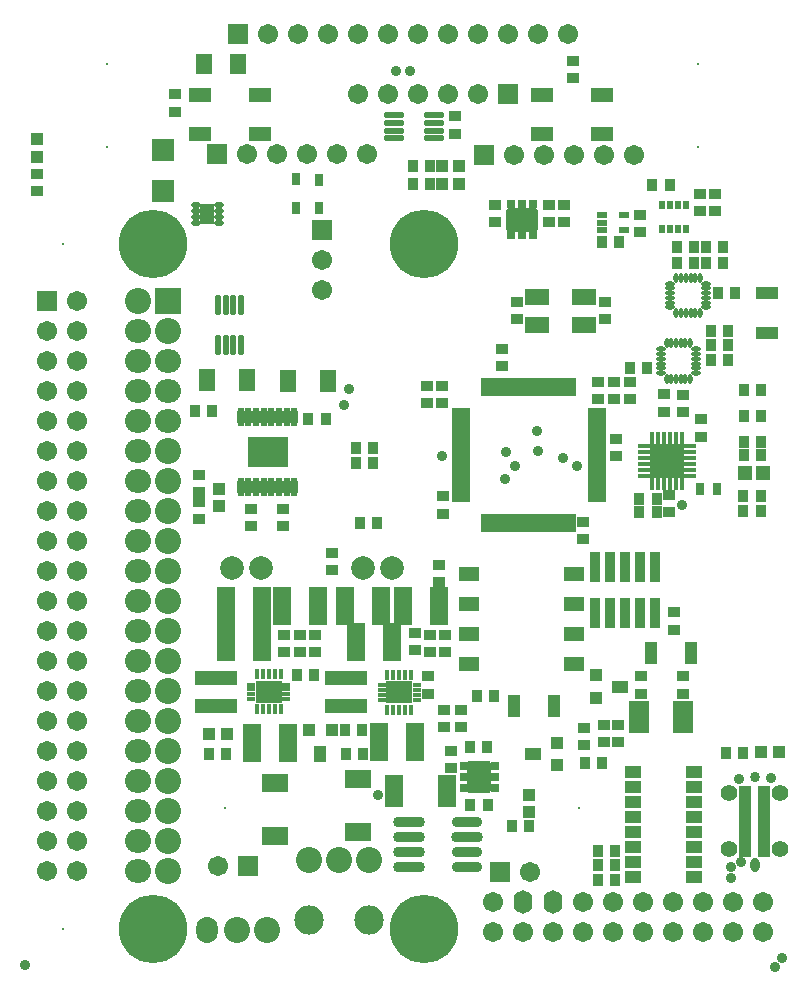
<source format=gts>
G04*
G04 #@! TF.GenerationSoftware,Altium Limited,Altium Designer,19.0.10 (269)*
G04*
G04 Layer_Color=8388736*
%FSLAX25Y25*%
%MOIN*%
G70*
G01*
G75*
%ADD89R,0.02850X0.01550*%
%ADD90R,0.06300X0.11036*%
%ADD91R,0.05524X0.03950*%
%ADD92R,0.05524X0.06706*%
%ADD93R,0.02150X0.06115*%
%ADD94R,0.06115X0.02150*%
%ADD95O,0.07099X0.01981*%
%ADD96R,0.02965X0.04147*%
%ADD97R,0.08800X0.06300*%
%ADD98O,0.01654X0.03701*%
%ADD99R,0.09016X0.07244*%
%ADD100R,0.03753X0.03950*%
%ADD101R,0.03950X0.03753*%
%ADD102R,0.03950X0.07493*%
%ADD103R,0.04700X0.04800*%
%ADD104R,0.04658X0.07099*%
G04:AMPARAMS|DCode=105|XSize=17.84mil|YSize=31.62mil|CornerRadius=8.92mil|HoleSize=0mil|Usage=FLASHONLY|Rotation=90.000|XOffset=0mil|YOffset=0mil|HoleType=Round|Shape=RoundedRectangle|*
%AMROUNDEDRECTD105*
21,1,0.01784,0.01378,0,0,90.0*
21,1,0.00000,0.03162,0,0,90.0*
1,1,0.01784,0.00689,0.00000*
1,1,0.01784,0.00689,0.00000*
1,1,0.01784,-0.00689,0.00000*
1,1,0.01784,-0.00689,0.00000*
%
%ADD105ROUNDEDRECTD105*%
%ADD106R,0.07800X0.07200*%
%ADD107R,0.07493X0.04737*%
%ADD108R,0.07493X0.04737*%
%ADD109R,0.07493X0.03950*%
%ADD110R,0.05300X0.07800*%
%ADD111R,0.02900X0.03950*%
%ADD112R,0.04147X0.01981*%
%ADD113O,0.10642X0.03556*%
%ADD114R,0.06200X0.12800*%
%ADD115R,0.03950X0.03950*%
G04:AMPARAMS|DCode=116|XSize=31.62mil|YSize=17.06mil|CornerRadius=8.53mil|HoleSize=0mil|Usage=FLASHONLY|Rotation=90.000|XOffset=0mil|YOffset=0mil|HoleType=Round|Shape=RoundedRectangle|*
%AMROUNDEDRECTD116*
21,1,0.03162,0.00000,0,0,90.0*
21,1,0.01456,0.01706,0,0,90.0*
1,1,0.01706,0.00000,0.00728*
1,1,0.01706,0.00000,-0.00728*
1,1,0.01706,0.00000,-0.00728*
1,1,0.01706,0.00000,0.00728*
%
%ADD116ROUNDEDRECTD116*%
G04:AMPARAMS|DCode=117|XSize=31.62mil|YSize=17.06mil|CornerRadius=8.53mil|HoleSize=0mil|Usage=FLASHONLY|Rotation=180.000|XOffset=0mil|YOffset=0mil|HoleType=Round|Shape=RoundedRectangle|*
%AMROUNDEDRECTD117*
21,1,0.03162,0.00000,0,0,180.0*
21,1,0.01456,0.01706,0,0,180.0*
1,1,0.01706,-0.00728,0.00000*
1,1,0.01706,0.00728,0.00000*
1,1,0.01706,0.00728,0.00000*
1,1,0.01706,-0.00728,0.00000*
%
%ADD117ROUNDEDRECTD117*%
%ADD118R,0.03950X0.01784*%
%ADD119R,0.01784X0.03950*%
%ADD120R,0.11430X0.11430*%
%ADD121R,0.14200X0.04600*%
%ADD122R,0.04400X0.04400*%
%ADD123R,0.04400X0.05800*%
%ADD124R,0.03792X0.10249*%
%ADD125R,0.02572X0.02769*%
G04:AMPARAMS|DCode=126|XSize=76.9mil|YSize=106.42mil|CornerRadius=7.45mil|HoleSize=0mil|Usage=FLASHONLY|Rotation=90.000|XOffset=0mil|YOffset=0mil|HoleType=Round|Shape=RoundedRectangle|*
%AMROUNDEDRECTD126*
21,1,0.07690,0.09153,0,0,90.0*
21,1,0.06201,0.10642,0,0,90.0*
1,1,0.01489,0.04577,0.03100*
1,1,0.01489,0.04577,-0.03100*
1,1,0.01489,-0.04577,-0.03100*
1,1,0.01489,-0.04577,0.03100*
%
%ADD126ROUNDEDRECTD126*%
%ADD127R,0.07887X0.05524*%
%ADD128O,0.02572X0.06312*%
%ADD129R,0.13753X0.10288*%
G04:AMPARAMS|DCode=130|XSize=76.9mil|YSize=106.42mil|CornerRadius=7.45mil|HoleSize=0mil|Usage=FLASHONLY|Rotation=180.000|XOffset=0mil|YOffset=0mil|HoleType=Round|Shape=RoundedRectangle|*
%AMROUNDEDRECTD130*
21,1,0.07690,0.09153,0,0,180.0*
21,1,0.06201,0.10642,0,0,180.0*
1,1,0.01489,-0.03100,0.04577*
1,1,0.01489,0.03100,0.04577*
1,1,0.01489,0.03100,-0.04577*
1,1,0.01489,-0.03100,-0.04577*
%
%ADD130ROUNDEDRECTD130*%
%ADD131R,0.02769X0.02572*%
%ADD132R,0.03556X0.02375*%
%ADD133R,0.03950X0.03950*%
%ADD134R,0.04400X0.04400*%
%ADD135R,0.05800X0.04400*%
%ADD136R,0.06509X0.10839*%
%ADD137O,0.10249X0.03556*%
%ADD138R,0.06706X0.05131*%
%ADD139R,0.02178X0.02769*%
%ADD140O,0.01981X0.07099*%
%ADD141C,0.07887*%
%ADD142R,0.06706X0.06706*%
%ADD143C,0.06706*%
%ADD144C,0.22800*%
%ADD145O,0.08674X0.07887*%
%ADD146C,0.08674*%
%ADD147R,0.08674X0.08674*%
%ADD148R,0.06706X0.06706*%
%ADD149C,0.00800*%
%ADD150C,0.05524*%
%ADD151C,0.03398*%
%ADD152O,0.03084X0.04737*%
%ADD153C,0.09800*%
%ADD154O,0.07300X0.08674*%
%ADD155O,0.06300X0.07800*%
%ADD156C,0.03556*%
D89*
X113262Y131818D02*
D03*
Y136568D02*
D03*
Y134993D02*
D03*
Y133406D02*
D03*
X101612D02*
D03*
Y134993D02*
D03*
Y136568D02*
D03*
Y131818D02*
D03*
X156679Y131622D02*
D03*
Y136372D02*
D03*
Y134797D02*
D03*
Y133210D02*
D03*
X145029D02*
D03*
Y134797D02*
D03*
Y136372D02*
D03*
Y131622D02*
D03*
D90*
X166900Y101209D02*
D03*
X149100D02*
D03*
D91*
X249295Y72635D02*
D03*
Y77635D02*
D03*
Y82635D02*
D03*
X228823Y72635D02*
D03*
Y82635D02*
D03*
X249295Y87635D02*
D03*
Y92635D02*
D03*
Y97635D02*
D03*
X228823Y92635D02*
D03*
Y97635D02*
D03*
Y102635D02*
D03*
X249295D02*
D03*
X228823Y87635D02*
D03*
Y107635D02*
D03*
X249295D02*
D03*
X228823Y77635D02*
D03*
D92*
X97209Y343400D02*
D03*
X85791D02*
D03*
D93*
X208811Y235791D02*
D03*
X206842D02*
D03*
X204874D02*
D03*
X202906D02*
D03*
X200937D02*
D03*
X198969D02*
D03*
X197000D02*
D03*
X195031D02*
D03*
X193063D02*
D03*
X191095D02*
D03*
X189126D02*
D03*
X187157D02*
D03*
X185189D02*
D03*
X183221D02*
D03*
X181252D02*
D03*
X179283D02*
D03*
Y190516D02*
D03*
X181252D02*
D03*
X183221D02*
D03*
X185189D02*
D03*
X187157D02*
D03*
X189126D02*
D03*
X191095D02*
D03*
X193063D02*
D03*
X195031D02*
D03*
X197000D02*
D03*
X198969D02*
D03*
X200937D02*
D03*
X202906D02*
D03*
X204874D02*
D03*
X206842D02*
D03*
X208811D02*
D03*
D94*
X171409Y227917D02*
D03*
Y225949D02*
D03*
Y223980D02*
D03*
Y222012D02*
D03*
Y220043D02*
D03*
Y218075D02*
D03*
Y216106D02*
D03*
Y214138D02*
D03*
Y212169D02*
D03*
Y210201D02*
D03*
Y208232D02*
D03*
Y206264D02*
D03*
Y204295D02*
D03*
Y202327D02*
D03*
Y200358D02*
D03*
Y198390D02*
D03*
X216685D02*
D03*
Y200358D02*
D03*
Y202327D02*
D03*
Y204295D02*
D03*
Y206264D02*
D03*
Y208232D02*
D03*
Y210201D02*
D03*
Y216106D02*
D03*
Y218075D02*
D03*
Y220043D02*
D03*
Y222012D02*
D03*
Y223980D02*
D03*
Y225949D02*
D03*
Y227917D02*
D03*
Y212169D02*
D03*
Y214138D02*
D03*
D95*
X162453Y318661D02*
D03*
Y321220D02*
D03*
Y323780D02*
D03*
Y326339D02*
D03*
X149067Y318661D02*
D03*
Y321220D02*
D03*
Y323780D02*
D03*
Y326339D02*
D03*
D96*
X124000Y295437D02*
D03*
Y304886D02*
D03*
X116543Y295535D02*
D03*
Y304984D02*
D03*
D97*
X137000Y105235D02*
D03*
Y87435D02*
D03*
X109500Y103900D02*
D03*
Y86100D02*
D03*
D98*
X103500Y128386D02*
D03*
X105468D02*
D03*
X107437D02*
D03*
X109406D02*
D03*
X111374D02*
D03*
Y140000D02*
D03*
X109406D02*
D03*
X107437D02*
D03*
X105468D02*
D03*
X103500D02*
D03*
X146917Y128187D02*
D03*
X148886D02*
D03*
X150854D02*
D03*
X152823D02*
D03*
X154791D02*
D03*
Y139802D02*
D03*
X152823D02*
D03*
X150854D02*
D03*
X148886D02*
D03*
X146917D02*
D03*
D99*
X107437Y133996D02*
D03*
X150854Y133994D02*
D03*
D100*
X137650Y190516D02*
D03*
X143358D02*
D03*
X235293Y303311D02*
D03*
X241001D02*
D03*
X243482Y282445D02*
D03*
X249190D02*
D03*
X243476Y277023D02*
D03*
X249185D02*
D03*
X257020Y266996D02*
D03*
X262729D02*
D03*
X253226Y282445D02*
D03*
X258935D02*
D03*
X253226Y277023D02*
D03*
X258935D02*
D03*
X233354Y241997D02*
D03*
X227646D02*
D03*
X260421Y254435D02*
D03*
X254713D02*
D03*
X254712Y244961D02*
D03*
X260421D02*
D03*
X254712Y249727D02*
D03*
X260421D02*
D03*
X236665Y194256D02*
D03*
X230957D02*
D03*
X236665Y198600D02*
D03*
X230957D02*
D03*
X194146Y89525D02*
D03*
X188437D02*
D03*
X218482Y110556D02*
D03*
X212773D02*
D03*
X217095Y81083D02*
D03*
X222804D02*
D03*
X265646Y234709D02*
D03*
X271354D02*
D03*
X265646Y213055D02*
D03*
X271354D02*
D03*
X265646Y217386D02*
D03*
X271354D02*
D03*
X265646Y226047D02*
D03*
X271354D02*
D03*
X222804Y76358D02*
D03*
X217095D02*
D03*
X222804Y71634D02*
D03*
X217095D02*
D03*
X265602Y194534D02*
D03*
X271311D02*
D03*
X265602Y199374D02*
D03*
X271311D02*
D03*
X259862Y113854D02*
D03*
X265570D02*
D03*
X180054Y115909D02*
D03*
X174346D02*
D03*
X176823Y132839D02*
D03*
X182531D02*
D03*
X138634Y121500D02*
D03*
X132925D02*
D03*
X133146Y113500D02*
D03*
X138854D02*
D03*
X142177Y210398D02*
D03*
X136469D02*
D03*
X174639Y96520D02*
D03*
X180347D02*
D03*
X142177Y215516D02*
D03*
X136469D02*
D03*
X93085Y113439D02*
D03*
X87376D02*
D03*
X116783Y139807D02*
D03*
X122492D02*
D03*
X126346Y225159D02*
D03*
X120637D02*
D03*
X82728Y227917D02*
D03*
X88437D02*
D03*
X218467Y284020D02*
D03*
X224176D02*
D03*
X155366Y309413D02*
D03*
X161075D02*
D03*
X155315Y303508D02*
D03*
X161024D02*
D03*
D101*
X128351Y180575D02*
D03*
Y174866D02*
D03*
X242500Y154965D02*
D03*
Y160673D02*
D03*
X256252Y294551D02*
D03*
Y300260D02*
D03*
X251134Y294551D02*
D03*
Y300260D02*
D03*
X227906Y231756D02*
D03*
Y237465D02*
D03*
X239134Y233354D02*
D03*
Y227646D02*
D03*
X240732Y199854D02*
D03*
Y194146D02*
D03*
X251397Y224986D02*
D03*
Y219278D02*
D03*
X245360Y233232D02*
D03*
Y227524D02*
D03*
X212500Y116383D02*
D03*
Y122091D02*
D03*
X223969Y117386D02*
D03*
Y123094D02*
D03*
X219244Y117386D02*
D03*
Y123094D02*
D03*
X231337Y133646D02*
D03*
Y139354D02*
D03*
X245500Y133635D02*
D03*
Y139343D02*
D03*
X164085Y170929D02*
D03*
Y176638D02*
D03*
X171561Y128223D02*
D03*
Y122515D02*
D03*
X205858Y290869D02*
D03*
Y296578D02*
D03*
X165701Y128213D02*
D03*
Y122504D02*
D03*
X168000Y108682D02*
D03*
Y114391D02*
D03*
X182649Y296578D02*
D03*
Y290869D02*
D03*
X231000Y287500D02*
D03*
Y293209D02*
D03*
X166231Y153222D02*
D03*
Y147514D02*
D03*
X161113Y147514D02*
D03*
Y153222D02*
D03*
X156000Y153854D02*
D03*
Y148146D02*
D03*
X122830Y153222D02*
D03*
Y147514D02*
D03*
X117712D02*
D03*
Y153222D02*
D03*
X112594D02*
D03*
Y147514D02*
D03*
X160500Y139354D02*
D03*
Y133646D02*
D03*
X84205Y206559D02*
D03*
Y200850D02*
D03*
X84214Y191795D02*
D03*
Y197504D02*
D03*
X112157Y195142D02*
D03*
Y189433D02*
D03*
X101528D02*
D03*
Y195142D02*
D03*
X29985Y306756D02*
D03*
Y301047D02*
D03*
X185189Y242927D02*
D03*
Y248636D02*
D03*
X223000Y212881D02*
D03*
Y218590D02*
D03*
X165049Y230378D02*
D03*
Y236087D02*
D03*
X212179Y190811D02*
D03*
Y185102D02*
D03*
X165500Y193646D02*
D03*
Y199354D02*
D03*
X200799Y296619D02*
D03*
Y290911D02*
D03*
X217295Y231937D02*
D03*
Y237646D02*
D03*
X160189Y230378D02*
D03*
Y236087D02*
D03*
X222394Y231756D02*
D03*
Y237465D02*
D03*
X219638Y264218D02*
D03*
Y258509D02*
D03*
X189988Y258537D02*
D03*
Y264245D02*
D03*
X169500Y325984D02*
D03*
Y320276D02*
D03*
X208811Y338888D02*
D03*
Y344597D02*
D03*
X76000Y333354D02*
D03*
Y327646D02*
D03*
D102*
X234835Y147286D02*
D03*
X248221D02*
D03*
X189183Y129546D02*
D03*
X202569D02*
D03*
D103*
X272000Y207000D02*
D03*
X266000D02*
D03*
D104*
X86961Y293440D02*
D03*
D105*
X83220Y296393D02*
D03*
Y294425D02*
D03*
Y292456D02*
D03*
Y290488D02*
D03*
X90701D02*
D03*
Y292456D02*
D03*
Y294425D02*
D03*
Y296393D02*
D03*
D106*
X72000Y301300D02*
D03*
Y314700D02*
D03*
D107*
X104500Y320272D02*
D03*
X84500D02*
D03*
X198500D02*
D03*
X218500D02*
D03*
D108*
X104500Y333272D02*
D03*
X84500D02*
D03*
X198500D02*
D03*
X218500D02*
D03*
D109*
X273451Y267091D02*
D03*
Y253705D02*
D03*
D110*
X113710Y237957D02*
D03*
X127110D02*
D03*
X100200Y238000D02*
D03*
X86800D02*
D03*
D111*
X256744Y201881D02*
D03*
X251035D02*
D03*
D112*
X266094Y101959D02*
D03*
Y99991D02*
D03*
Y98022D02*
D03*
Y96054D02*
D03*
Y94085D02*
D03*
Y92117D02*
D03*
Y90148D02*
D03*
Y88180D02*
D03*
Y86211D02*
D03*
Y84243D02*
D03*
Y82274D02*
D03*
Y80306D02*
D03*
X272630D02*
D03*
Y82274D02*
D03*
Y84243D02*
D03*
Y86211D02*
D03*
Y88180D02*
D03*
Y90148D02*
D03*
Y92117D02*
D03*
Y94085D02*
D03*
Y96054D02*
D03*
Y98022D02*
D03*
Y99991D02*
D03*
Y101959D02*
D03*
D113*
X154087Y85732D02*
D03*
Y90732D02*
D03*
X173378Y85732D02*
D03*
X154087Y75732D02*
D03*
Y80732D02*
D03*
D114*
X164220Y162760D02*
D03*
X152220D02*
D03*
X132755Y162760D02*
D03*
X144755D02*
D03*
X136587Y150924D02*
D03*
X148587D02*
D03*
X156000Y117500D02*
D03*
X144000D02*
D03*
X93185Y150924D02*
D03*
X105185D02*
D03*
X123761Y162760D02*
D03*
X111761D02*
D03*
X93165D02*
D03*
X105165D02*
D03*
X113886Y117292D02*
D03*
X101886D02*
D03*
D115*
X87525Y120240D02*
D03*
X93430D02*
D03*
X271597Y114121D02*
D03*
X277502D02*
D03*
X170922Y303508D02*
D03*
X165017D02*
D03*
X170949Y309413D02*
D03*
X165044D02*
D03*
D116*
X243260Y260398D02*
D03*
X244834D02*
D03*
X246410D02*
D03*
X247983D02*
D03*
X249558D02*
D03*
X251133D02*
D03*
Y272210D02*
D03*
X249558D02*
D03*
X247983D02*
D03*
X246410D02*
D03*
X244834D02*
D03*
X243260D02*
D03*
X239991Y238529D02*
D03*
X241566D02*
D03*
X243141D02*
D03*
X244715D02*
D03*
X246290D02*
D03*
X247865D02*
D03*
Y250341D02*
D03*
X246290D02*
D03*
X244715D02*
D03*
X243141D02*
D03*
X241566D02*
D03*
X239991D02*
D03*
D117*
X253102Y262367D02*
D03*
Y263942D02*
D03*
Y265517D02*
D03*
Y267091D02*
D03*
Y268666D02*
D03*
Y270241D02*
D03*
X241290D02*
D03*
Y268666D02*
D03*
Y267091D02*
D03*
Y265517D02*
D03*
Y263942D02*
D03*
Y262367D02*
D03*
X238022Y248372D02*
D03*
Y246797D02*
D03*
Y245222D02*
D03*
Y243648D02*
D03*
Y242073D02*
D03*
Y240498D02*
D03*
X249834D02*
D03*
Y242073D02*
D03*
Y243648D02*
D03*
Y245222D02*
D03*
Y246797D02*
D03*
Y248372D02*
D03*
D118*
X232531Y216106D02*
D03*
Y214138D02*
D03*
Y212169D02*
D03*
Y210201D02*
D03*
Y208232D02*
D03*
Y206264D02*
D03*
X247689D02*
D03*
Y208232D02*
D03*
Y210201D02*
D03*
Y212169D02*
D03*
Y214138D02*
D03*
Y216106D02*
D03*
D119*
X235189Y203606D02*
D03*
X237158D02*
D03*
X239126D02*
D03*
X241094D02*
D03*
X243063D02*
D03*
X245031D02*
D03*
Y218764D02*
D03*
X243063D02*
D03*
X241094D02*
D03*
X239126D02*
D03*
X237158D02*
D03*
X235189D02*
D03*
D120*
X240110Y211185D02*
D03*
D121*
X89736Y138670D02*
D03*
Y129370D02*
D03*
X133138Y138670D02*
D03*
Y129370D02*
D03*
D122*
X120852Y121592D02*
D03*
X128351D02*
D03*
D123*
X124601Y113593D02*
D03*
D124*
X216000Y175854D02*
D03*
X221000D02*
D03*
X226000D02*
D03*
X231000D02*
D03*
X236000D02*
D03*
Y160500D02*
D03*
X231000D02*
D03*
X226000D02*
D03*
X221000D02*
D03*
X216000D02*
D03*
D125*
X191882Y286440D02*
D03*
X191882Y296676D02*
D03*
X195622D02*
D03*
X188142Y286440D02*
D03*
X195622D02*
D03*
X188142Y296676D02*
D03*
D126*
X191882Y291558D02*
D03*
D127*
X196803Y265909D02*
D03*
X212551D02*
D03*
X196803Y256461D02*
D03*
X212551D02*
D03*
D128*
X115953Y225750D02*
D03*
X113394D02*
D03*
X110835D02*
D03*
X108276D02*
D03*
X105717D02*
D03*
X103158D02*
D03*
X100599D02*
D03*
X98040D02*
D03*
X115953Y202521D02*
D03*
X113394D02*
D03*
X110835D02*
D03*
X108276D02*
D03*
X105717D02*
D03*
X103158D02*
D03*
X100599D02*
D03*
X98040D02*
D03*
D129*
X106996Y214135D02*
D03*
D130*
X177531Y105807D02*
D03*
D131*
X172413Y102067D02*
D03*
X182649Y109547D02*
D03*
Y102067D02*
D03*
X172413Y109547D02*
D03*
Y105807D02*
D03*
X182649Y105807D02*
D03*
D132*
X218411Y288056D02*
D03*
Y290615D02*
D03*
Y293174D02*
D03*
X225892D02*
D03*
Y288056D02*
D03*
D133*
X90898Y201933D02*
D03*
Y196028D02*
D03*
X29985Y312613D02*
D03*
Y318519D02*
D03*
X194244Y99965D02*
D03*
Y94059D02*
D03*
D134*
X203559Y117297D02*
D03*
Y109797D02*
D03*
X216641Y139713D02*
D03*
Y132213D02*
D03*
D135*
X195559Y113547D02*
D03*
X224641Y135963D02*
D03*
D136*
X245425Y125752D02*
D03*
X230858D02*
D03*
D137*
X173378Y75732D02*
D03*
Y80732D02*
D03*
Y90732D02*
D03*
D138*
X209205Y143429D02*
D03*
X174165D02*
D03*
X209205Y153429D02*
D03*
X174165D02*
D03*
X209205Y163429D02*
D03*
X174165D02*
D03*
X209205Y173429D02*
D03*
X174165D02*
D03*
D139*
X243752Y296619D02*
D03*
X246311D02*
D03*
X238634D02*
D03*
X241193D02*
D03*
Y288548D02*
D03*
X238634D02*
D03*
X246311D02*
D03*
X243752D02*
D03*
D140*
X98184Y263154D02*
D03*
X95624D02*
D03*
X93065D02*
D03*
X90506D02*
D03*
X98184Y249768D02*
D03*
X95624D02*
D03*
X93065D02*
D03*
X90506D02*
D03*
D141*
X95091Y175358D02*
D03*
X104933D02*
D03*
X138744D02*
D03*
X148587D02*
D03*
D142*
X187039Y333583D02*
D03*
X90000Y313500D02*
D03*
X184484Y74000D02*
D03*
X100478Y76146D02*
D03*
X179165Y313154D02*
D03*
X97000Y353500D02*
D03*
D143*
X177039Y333583D02*
D03*
X157039D02*
D03*
X147039D02*
D03*
X137039D02*
D03*
X167039D02*
D03*
X140000Y313500D02*
D03*
X130000D02*
D03*
X120000D02*
D03*
X110000D02*
D03*
X100000D02*
D03*
X43500Y74500D02*
D03*
X33500D02*
D03*
Y254500D02*
D03*
Y234500D02*
D03*
Y84500D02*
D03*
Y224500D02*
D03*
Y214500D02*
D03*
Y204500D02*
D03*
Y194500D02*
D03*
Y184500D02*
D03*
Y244500D02*
D03*
Y174500D02*
D03*
Y164500D02*
D03*
Y154500D02*
D03*
Y144500D02*
D03*
X33500Y134500D02*
D03*
X33500Y124500D02*
D03*
Y114500D02*
D03*
Y104500D02*
D03*
Y94500D02*
D03*
X43500D02*
D03*
Y104500D02*
D03*
Y114500D02*
D03*
Y124500D02*
D03*
X43500Y134500D02*
D03*
X43500Y144500D02*
D03*
Y154500D02*
D03*
Y164500D02*
D03*
Y174500D02*
D03*
Y244500D02*
D03*
Y184500D02*
D03*
Y194500D02*
D03*
Y204500D02*
D03*
Y214500D02*
D03*
Y224500D02*
D03*
Y84500D02*
D03*
Y234500D02*
D03*
Y254500D02*
D03*
Y264500D02*
D03*
X125000Y278000D02*
D03*
Y268000D02*
D03*
X194484Y74000D02*
D03*
X262050Y54000D02*
D03*
Y64000D02*
D03*
X272050Y54000D02*
D03*
Y64000D02*
D03*
X242050Y54000D02*
D03*
Y64000D02*
D03*
X252050Y54000D02*
D03*
Y64000D02*
D03*
X222050Y54000D02*
D03*
Y64000D02*
D03*
X232050Y54000D02*
D03*
Y64000D02*
D03*
X202050Y54000D02*
D03*
X212050D02*
D03*
Y64000D02*
D03*
X192050Y54000D02*
D03*
X182050Y64000D02*
D03*
Y54000D02*
D03*
X90478Y76146D02*
D03*
X229165Y313154D02*
D03*
X219165D02*
D03*
X209165D02*
D03*
X199165D02*
D03*
X189165D02*
D03*
X207000Y353500D02*
D03*
X197000D02*
D03*
X107000D02*
D03*
X127000D02*
D03*
X137000D02*
D03*
X147000D02*
D03*
X157000D02*
D03*
X167000D02*
D03*
X177000D02*
D03*
X187000D02*
D03*
X117000D02*
D03*
D144*
X68713Y55262D02*
D03*
X159264Y55262D02*
D03*
Y283608D02*
D03*
X68713D02*
D03*
D145*
X63850Y74435D02*
D03*
Y84435D02*
D03*
Y94435D02*
D03*
Y104435D02*
D03*
Y114435D02*
D03*
Y124435D02*
D03*
Y134435D02*
D03*
Y144435D02*
D03*
Y154435D02*
D03*
Y164435D02*
D03*
Y174435D02*
D03*
Y184435D02*
D03*
Y194435D02*
D03*
Y204435D02*
D03*
Y214435D02*
D03*
Y224435D02*
D03*
Y234435D02*
D03*
Y244435D02*
D03*
Y254435D02*
D03*
X73850Y224435D02*
D03*
Y234435D02*
D03*
Y244435D02*
D03*
D146*
X63850Y264435D02*
D03*
X73850Y74435D02*
D03*
Y84435D02*
D03*
Y94435D02*
D03*
Y104435D02*
D03*
Y114435D02*
D03*
Y124435D02*
D03*
Y134435D02*
D03*
Y144435D02*
D03*
Y154435D02*
D03*
Y164435D02*
D03*
Y174435D02*
D03*
Y184435D02*
D03*
Y194435D02*
D03*
Y204435D02*
D03*
Y214435D02*
D03*
Y254435D02*
D03*
X140661Y78035D02*
D03*
X130661D02*
D03*
X120661D02*
D03*
X106803Y54886D02*
D03*
X96803D02*
D03*
D147*
X73850Y264435D02*
D03*
D148*
X33500Y264500D02*
D03*
X125000Y288000D02*
D03*
D149*
X38811Y55262D02*
D03*
Y283609D02*
D03*
X250430Y343410D02*
D03*
X210976Y95380D02*
D03*
X53570Y343410D02*
D03*
X92866Y95380D02*
D03*
X53570Y315851D02*
D03*
X250430D02*
D03*
D150*
X260898Y81684D02*
D03*
Y100582D02*
D03*
X277827Y81684D02*
D03*
Y100582D02*
D03*
D151*
X269362Y105896D02*
D03*
D152*
Y76369D02*
D03*
D153*
X140661Y58035D02*
D03*
X120661D02*
D03*
D154*
X86803Y54886D02*
D03*
D155*
X202050Y64000D02*
D03*
X192050D02*
D03*
D156*
X196947Y221142D02*
D03*
X189500Y209336D02*
D03*
X185982Y205000D02*
D03*
X186568Y214236D02*
D03*
X197197Y214500D02*
D03*
X143944Y99741D02*
D03*
X26000Y43000D02*
D03*
X278500Y45500D02*
D03*
X276030Y42500D02*
D03*
X261500Y72053D02*
D03*
X261462Y75732D02*
D03*
X264872Y77435D02*
D03*
X274715Y105339D02*
D03*
X264000Y105127D02*
D03*
X245105Y196353D02*
D03*
X165110Y212980D02*
D03*
X134303Y235000D02*
D03*
X132500Y229739D02*
D03*
X210000Y209336D02*
D03*
X205500Y212169D02*
D03*
X154500Y341305D02*
D03*
X149845D02*
D03*
M02*

</source>
